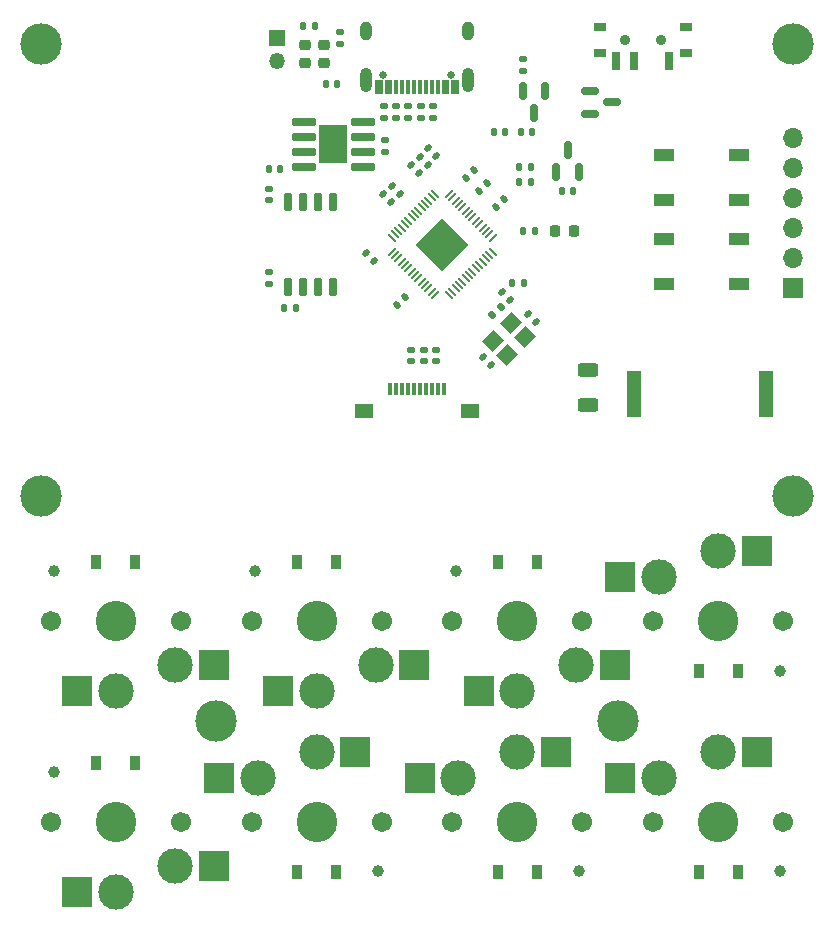
<source format=gbr>
%TF.GenerationSoftware,KiCad,Pcbnew,(6.0.4-0)*%
%TF.CreationDate,2023-04-02T18:55:50-05:00*%
%TF.ProjectId,noldaCoreRType,6e6f6c64-6143-46f7-9265-52547970652e,rev?*%
%TF.SameCoordinates,Original*%
%TF.FileFunction,Soldermask,Top*%
%TF.FilePolarity,Negative*%
%FSLAX46Y46*%
G04 Gerber Fmt 4.6, Leading zero omitted, Abs format (unit mm)*
G04 Created by KiCad (PCBNEW (6.0.4-0)) date 2023-04-02 18:55:50*
%MOMM*%
%LPD*%
G01*
G04 APERTURE LIST*
G04 Aperture macros list*
%AMRoundRect*
0 Rectangle with rounded corners*
0 $1 Rounding radius*
0 $2 $3 $4 $5 $6 $7 $8 $9 X,Y pos of 4 corners*
0 Add a 4 corners polygon primitive as box body*
4,1,4,$2,$3,$4,$5,$6,$7,$8,$9,$2,$3,0*
0 Add four circle primitives for the rounded corners*
1,1,$1+$1,$2,$3*
1,1,$1+$1,$4,$5*
1,1,$1+$1,$6,$7*
1,1,$1+$1,$8,$9*
0 Add four rect primitives between the rounded corners*
20,1,$1+$1,$2,$3,$4,$5,0*
20,1,$1+$1,$4,$5,$6,$7,0*
20,1,$1+$1,$6,$7,$8,$9,0*
20,1,$1+$1,$8,$9,$2,$3,0*%
%AMRotRect*
0 Rectangle, with rotation*
0 The origin of the aperture is its center*
0 $1 length*
0 $2 width*
0 $3 Rotation angle, in degrees counterclockwise*
0 Add horizontal line*
21,1,$1,$2,0,0,$3*%
G04 Aperture macros list end*
%ADD10RoundRect,0.135000X0.135000X0.185000X-0.135000X0.185000X-0.135000X-0.185000X0.135000X-0.185000X0*%
%ADD11RoundRect,0.218750X0.218750X0.256250X-0.218750X0.256250X-0.218750X-0.256250X0.218750X-0.256250X0*%
%ADD12R,0.900000X1.200000*%
%ADD13RoundRect,0.150000X-0.150000X0.587500X-0.150000X-0.587500X0.150000X-0.587500X0.150000X0.587500X0*%
%ADD14RoundRect,0.135000X-0.185000X0.135000X-0.185000X-0.135000X0.185000X-0.135000X0.185000X0.135000X0*%
%ADD15RoundRect,0.140000X-0.219203X-0.021213X-0.021213X-0.219203X0.219203X0.021213X0.021213X0.219203X0*%
%ADD16RoundRect,0.140000X-0.140000X-0.170000X0.140000X-0.170000X0.140000X0.170000X-0.140000X0.170000X0*%
%ADD17R,1.700000X1.000000*%
%ADD18RoundRect,0.140000X0.219203X0.021213X0.021213X0.219203X-0.219203X-0.021213X-0.021213X-0.219203X0*%
%ADD19RoundRect,0.140000X-0.021213X0.219203X-0.219203X0.021213X0.021213X-0.219203X0.219203X-0.021213X0*%
%ADD20C,3.500000*%
%ADD21RoundRect,0.140000X0.140000X0.170000X-0.140000X0.170000X-0.140000X-0.170000X0.140000X-0.170000X0*%
%ADD22O,1.350000X1.350000*%
%ADD23R,1.350000X1.350000*%
%ADD24RoundRect,0.135000X0.185000X-0.135000X0.185000X0.135000X-0.185000X0.135000X-0.185000X-0.135000X0*%
%ADD25R,1.650000X1.300000*%
%ADD26R,0.300000X1.000000*%
%ADD27RoundRect,0.150000X0.150000X-0.587500X0.150000X0.587500X-0.150000X0.587500X-0.150000X-0.587500X0*%
%ADD28RoundRect,0.135000X-0.035355X0.226274X-0.226274X0.035355X0.035355X-0.226274X0.226274X-0.035355X0*%
%ADD29RoundRect,0.140000X0.170000X-0.140000X0.170000X0.140000X-0.170000X0.140000X-0.170000X-0.140000X0*%
%ADD30RoundRect,0.140000X0.021213X-0.219203X0.219203X-0.021213X-0.021213X0.219203X-0.219203X0.021213X0*%
%ADD31R,0.700000X1.500000*%
%ADD32C,0.900000*%
%ADD33R,1.000000X0.800000*%
%ADD34RoundRect,0.218750X0.256250X-0.218750X0.256250X0.218750X-0.256250X0.218750X-0.256250X-0.218750X0*%
%ADD35RoundRect,0.250000X0.625000X-0.312500X0.625000X0.312500X-0.625000X0.312500X-0.625000X-0.312500X0*%
%ADD36O,1.000000X2.100000*%
%ADD37O,1.000000X1.600000*%
%ADD38R,0.300000X1.150000*%
%ADD39C,0.650000*%
%ADD40R,1.200000X4.000000*%
%ADD41RoundRect,0.135000X-0.135000X-0.185000X0.135000X-0.185000X0.135000X0.185000X-0.135000X0.185000X0*%
%ADD42RoundRect,0.150000X-0.587500X-0.150000X0.587500X-0.150000X0.587500X0.150000X-0.587500X0.150000X0*%
%ADD43RoundRect,0.150000X0.150000X-0.650000X0.150000X0.650000X-0.150000X0.650000X-0.150000X-0.650000X0*%
%ADD44RoundRect,0.144000X0.000000X-2.059095X2.059095X0.000000X0.000000X2.059095X-2.059095X0.000000X0*%
%ADD45RoundRect,0.050000X0.238649X-0.309359X0.309359X-0.238649X-0.238649X0.309359X-0.309359X0.238649X0*%
%ADD46RoundRect,0.050000X-0.238649X-0.309359X0.309359X0.238649X0.238649X0.309359X-0.309359X-0.238649X0*%
%ADD47R,2.413000X3.302000*%
%ADD48RoundRect,0.042000X0.943000X0.258000X-0.943000X0.258000X-0.943000X-0.258000X0.943000X-0.258000X0*%
%ADD49RotRect,1.400000X1.200000X45.000000*%
%ADD50R,1.700000X1.700000*%
%ADD51O,1.700000X1.700000*%
%ADD52R,2.600000X2.600000*%
%ADD53C,3.429000*%
%ADD54C,1.701800*%
%ADD55C,3.000000*%
%ADD56C,0.990600*%
G04 APERTURE END LIST*
D10*
%TO.C,R16*%
X56750000Y-30750000D03*
X55730000Y-30750000D03*
%TD*%
D11*
%TO.C,D12*%
X60037500Y-30750000D03*
X58462500Y-30750000D03*
%TD*%
D12*
%TO.C,D3*%
X22899990Y-58791639D03*
X19599990Y-58791639D03*
%TD*%
D13*
%TO.C,D11*%
X57616640Y-18895824D03*
X55716640Y-18895824D03*
X56666640Y-20770824D03*
%TD*%
D14*
%TO.C,R6*%
X43975000Y-21185000D03*
X43975000Y-20165000D03*
%TD*%
%TO.C,R10*%
X47050000Y-21185000D03*
X47050000Y-20165000D03*
%TD*%
D15*
%TO.C,C15*%
X53985589Y-35860589D03*
X54664411Y-36539411D03*
%TD*%
D16*
%TO.C,C22*%
X53270000Y-22325000D03*
X54230000Y-22325000D03*
%TD*%
D17*
%TO.C,SW1*%
X67683300Y-28108321D03*
X73983300Y-28108321D03*
X73983300Y-24308321D03*
X67683300Y-24308321D03*
%TD*%
D15*
%TO.C,C3*%
X56141683Y-37735607D03*
X56820505Y-38414429D03*
%TD*%
D18*
%TO.C,C14*%
X46985589Y-24435589D03*
X47664411Y-25114411D03*
%TD*%
D19*
%TO.C,C13*%
X45764411Y-36335589D03*
X45085589Y-37014411D03*
%TD*%
D20*
%TO.C,H3*%
X14874993Y-53124975D03*
%TD*%
D21*
%TO.C,C19*%
X39980000Y-18250000D03*
X39020000Y-18250000D03*
%TD*%
D22*
%TO.C,J3*%
X34900000Y-16350000D03*
D23*
X34900000Y-14350000D03*
%TD*%
D24*
%TO.C,R7*%
X40200000Y-13890000D03*
X40200000Y-14910000D03*
%TD*%
D25*
%TO.C,J1*%
X42225000Y-46000000D03*
X51275000Y-46000000D03*
D26*
X49000000Y-44100000D03*
X48500000Y-44100000D03*
X48000000Y-44100000D03*
X47500000Y-44100000D03*
X47000000Y-44100000D03*
X46500000Y-44100000D03*
X46000000Y-44100000D03*
X45500000Y-44100000D03*
X45000000Y-44100000D03*
X44500000Y-44100000D03*
%TD*%
D18*
%TO.C,C17*%
X47710589Y-23710589D03*
X48389411Y-24389411D03*
%TD*%
D20*
%TO.C,H4*%
X78624963Y-53124975D03*
%TD*%
D27*
%TO.C,U4*%
X58549972Y-25729155D03*
X60449972Y-25729155D03*
X59499972Y-23854155D03*
%TD*%
D14*
%TO.C,R1*%
X48075000Y-20165000D03*
X48075000Y-21185000D03*
%TD*%
D12*
%TO.C,D9*%
X53599974Y-84999960D03*
X56899974Y-84999960D03*
%TD*%
%TO.C,D5*%
X53599974Y-58791639D03*
X56899974Y-58791639D03*
%TD*%
D28*
%TO.C,R2*%
X53858358Y-37139376D03*
X53137110Y-37860624D03*
%TD*%
D12*
%TO.C,D7*%
X19599990Y-75791631D03*
X22899990Y-75791631D03*
%TD*%
D21*
%TO.C,C23*%
X59980000Y-27325000D03*
X59020000Y-27325000D03*
%TD*%
D29*
%TO.C,C6*%
X34225000Y-28104987D03*
X34225000Y-27144987D03*
%TD*%
D30*
%TO.C,C10*%
X53435589Y-28739411D03*
X54114411Y-28060589D03*
%TD*%
D31*
%TO.C,SW6*%
X63624969Y-16304993D03*
X65124969Y-16304993D03*
X68124969Y-16304993D03*
D32*
X67374969Y-14544993D03*
D33*
X62224969Y-15654993D03*
D32*
X64374969Y-14544993D03*
D33*
X62224969Y-13444993D03*
X69524969Y-15654993D03*
X69524969Y-13444993D03*
%TD*%
D16*
%TO.C,C18*%
X34228317Y-25499988D03*
X35188317Y-25499988D03*
%TD*%
D21*
%TO.C,C7*%
X55780000Y-35100000D03*
X54820000Y-35100000D03*
%TD*%
D30*
%TO.C,C12*%
X50935589Y-26239411D03*
X51614411Y-25560589D03*
%TD*%
D20*
%TO.C,H2*%
X63749970Y-72249966D03*
%TD*%
D10*
%TO.C,R14*%
X55365000Y-26550000D03*
X56385000Y-26550000D03*
%TD*%
D34*
%TO.C,D1*%
X38850000Y-14962500D03*
X38850000Y-16537500D03*
%TD*%
D35*
%TO.C,R11*%
X61200000Y-45437500D03*
X61200000Y-42512500D03*
%TD*%
D29*
%TO.C,C5*%
X47308311Y-41755000D03*
X47308311Y-40795000D03*
%TD*%
D12*
%TO.C,D4*%
X36599982Y-58791639D03*
X39899982Y-58791639D03*
%TD*%
D36*
%TO.C,J2*%
X51069978Y-17979993D03*
D37*
X51069978Y-13799993D03*
X42429978Y-13799993D03*
D36*
X42429978Y-17979993D03*
D38*
X49799978Y-18544993D03*
X48999978Y-18544993D03*
X48499978Y-18544993D03*
X47499978Y-18544993D03*
X45999978Y-18544993D03*
X44999978Y-18544993D03*
X44499978Y-18544993D03*
X43699978Y-18544993D03*
X43399978Y-18544993D03*
X44199978Y-18544993D03*
X45499978Y-18544993D03*
X46499978Y-18544993D03*
X46999978Y-18544993D03*
X47999978Y-18544993D03*
X49299978Y-18544993D03*
X50099978Y-18544993D03*
D39*
X49639978Y-17479993D03*
X43859978Y-17479993D03*
%TD*%
D18*
%TO.C,C8*%
X44579411Y-28309411D03*
X43900589Y-27630589D03*
%TD*%
D14*
%TO.C,R12*%
X46025000Y-21185000D03*
X46025000Y-20165000D03*
%TD*%
D40*
%TO.C,BZ1*%
X65100000Y-44550000D03*
X76300000Y-44550000D03*
%TD*%
D20*
%TO.C,H1*%
X29749986Y-72249966D03*
%TD*%
D14*
%TO.C,R15*%
X55750000Y-17210000D03*
X55750000Y-16190000D03*
%TD*%
D41*
%TO.C,R5*%
X36510000Y-37250000D03*
X35490000Y-37250000D03*
%TD*%
D16*
%TO.C,C21*%
X55520000Y-22325000D03*
X56480000Y-22325000D03*
%TD*%
D14*
%TO.C,R9*%
X44000000Y-24010000D03*
X44000000Y-22990000D03*
%TD*%
D17*
%TO.C,SW11*%
X67683300Y-35191651D03*
X73983300Y-35191651D03*
X67683300Y-31391651D03*
X73983300Y-31391651D03*
%TD*%
D42*
%TO.C,Q1*%
X61395804Y-18883324D03*
X61395804Y-20783324D03*
X63270804Y-19833324D03*
%TD*%
D41*
%TO.C,R8*%
X37090000Y-13400000D03*
X38110000Y-13400000D03*
%TD*%
D14*
%TO.C,R3*%
X45000000Y-20165000D03*
X45000000Y-21185000D03*
%TD*%
D43*
%TO.C,U1*%
X35845000Y-35474985D03*
X37115000Y-35474985D03*
X38385000Y-35474985D03*
X39655000Y-35474985D03*
X39655000Y-28274985D03*
X38385000Y-28274985D03*
X37115000Y-28274985D03*
X35845000Y-28274985D03*
%TD*%
D18*
%TO.C,C9*%
X45304411Y-27584411D03*
X44625589Y-26905589D03*
%TD*%
D44*
%TO.C,U3*%
X48874977Y-31874985D03*
D45*
X44605820Y-31282783D03*
X44888663Y-30999940D03*
X45171505Y-30717098D03*
X45454348Y-30434255D03*
X45737191Y-30151412D03*
X46020033Y-29868570D03*
X46302876Y-29585727D03*
X46585719Y-29302884D03*
X46868562Y-29020041D03*
X47151404Y-28737199D03*
X47434247Y-28454356D03*
X47717090Y-28171513D03*
X47999932Y-27888671D03*
X48282775Y-27605828D03*
D46*
X49467179Y-27605828D03*
X49750022Y-27888671D03*
X50032864Y-28171513D03*
X50315707Y-28454356D03*
X50598550Y-28737199D03*
X50881392Y-29020041D03*
X51164235Y-29302884D03*
X51447078Y-29585727D03*
X51729921Y-29868570D03*
X52012763Y-30151412D03*
X52295606Y-30434255D03*
X52578449Y-30717098D03*
X52861291Y-30999940D03*
X53144134Y-31282783D03*
D45*
X53144134Y-32467187D03*
X52861291Y-32750030D03*
X52578449Y-33032872D03*
X52295606Y-33315715D03*
X52012763Y-33598558D03*
X51729921Y-33881400D03*
X51447078Y-34164243D03*
X51164235Y-34447086D03*
X50881392Y-34729929D03*
X50598550Y-35012771D03*
X50315707Y-35295614D03*
X50032864Y-35578457D03*
X49750022Y-35861299D03*
X49467179Y-36144142D03*
D46*
X48282775Y-36144142D03*
X47999932Y-35861299D03*
X47717090Y-35578457D03*
X47434247Y-35295614D03*
X47151404Y-35012771D03*
X46868562Y-34729929D03*
X46585719Y-34447086D03*
X46302876Y-34164243D03*
X46020033Y-33881400D03*
X45737191Y-33598558D03*
X45454348Y-33315715D03*
X45171505Y-33032872D03*
X44888663Y-32750030D03*
X44605820Y-32467187D03*
%TD*%
D41*
%TO.C,R13*%
X56385000Y-25325000D03*
X55365000Y-25325000D03*
%TD*%
D18*
%TO.C,C1*%
X53020505Y-42089429D03*
X52341683Y-41410607D03*
%TD*%
%TO.C,C11*%
X43139411Y-33239411D03*
X42460589Y-32560589D03*
%TD*%
D19*
%TO.C,C20*%
X52714411Y-26660589D03*
X52035589Y-27339411D03*
%TD*%
D47*
%TO.C,U2*%
X39666648Y-23374989D03*
D48*
X37191648Y-25279989D03*
X37191648Y-24009989D03*
X37191648Y-22739989D03*
X37191648Y-21469989D03*
X42141648Y-21469989D03*
X42141648Y-22739989D03*
X42141648Y-24009989D03*
X42141648Y-25279989D03*
%TD*%
D49*
%TO.C,Y1*%
X54367099Y-41255635D03*
X55922734Y-39700000D03*
X54720653Y-38497919D03*
X53165018Y-40053554D03*
%TD*%
D34*
%TO.C,D2*%
X37250000Y-14962500D03*
X37250000Y-16537500D03*
%TD*%
D14*
%TO.C,R4*%
X34225000Y-35218317D03*
X34225000Y-34198317D03*
%TD*%
D12*
%TO.C,D6*%
X70599966Y-67999968D03*
X73899966Y-67999968D03*
%TD*%
%TO.C,D8*%
X36599982Y-84999960D03*
X39899982Y-84999960D03*
%TD*%
D50*
%TO.C,J4*%
X78624963Y-35538319D03*
D51*
X78624963Y-32998319D03*
X78624963Y-30458319D03*
X78624963Y-27918319D03*
X78624963Y-25378319D03*
X78624963Y-22838319D03*
%TD*%
D29*
%TO.C,C4*%
X48350000Y-40795000D03*
X48350000Y-41755000D03*
%TD*%
D20*
%TO.C,H5*%
X78624963Y-14874993D03*
%TD*%
D29*
%TO.C,C2*%
X46275000Y-40795000D03*
X46275000Y-41755000D03*
%TD*%
D20*
%TO.C,H6*%
X14874993Y-14874993D03*
%TD*%
D12*
%TO.C,D10*%
X70599966Y-84999960D03*
X73899966Y-84999960D03*
%TD*%
D18*
%TO.C,C16*%
X46260589Y-25160589D03*
X46939411Y-25839411D03*
%TD*%
D52*
%TO.C,SW10*%
X63974966Y-76999962D03*
X75524966Y-74799962D03*
D53*
X72249966Y-80749962D03*
D54*
X77749966Y-80749962D03*
X66749966Y-80749962D03*
D55*
X67249966Y-76999962D03*
D56*
X77469966Y-84949962D03*
D55*
X72249966Y-74799962D03*
%TD*%
D52*
%TO.C,SW7*%
X29524990Y-84499962D03*
X17974990Y-86699962D03*
D55*
X21249990Y-86699962D03*
D54*
X26749990Y-80749962D03*
X15749990Y-80749962D03*
D53*
X21249990Y-80749962D03*
D55*
X26249990Y-84499962D03*
D56*
X16029990Y-76549962D03*
%TD*%
D52*
%TO.C,SW5*%
X63974966Y-59999970D03*
X75524966Y-57799970D03*
D54*
X66749966Y-63749970D03*
X77749966Y-63749970D03*
D56*
X77469966Y-67949970D03*
D55*
X72249966Y-57799970D03*
X67249966Y-59999970D03*
D53*
X72249966Y-63749970D03*
%TD*%
D52*
%TO.C,SW3*%
X46524982Y-67499970D03*
X34974982Y-69699970D03*
D54*
X43749982Y-63749970D03*
X32749982Y-63749970D03*
D55*
X43249982Y-67499970D03*
D53*
X38249982Y-63749970D03*
D56*
X33029982Y-59549970D03*
D55*
X38249982Y-69699970D03*
%TD*%
D52*
%TO.C,SW9*%
X46974974Y-76999962D03*
X58524974Y-74799962D03*
D55*
X55249974Y-74799962D03*
D54*
X49749974Y-80749962D03*
D56*
X60469974Y-84949962D03*
D55*
X50249974Y-76999962D03*
D54*
X60749974Y-80749962D03*
D53*
X55249974Y-80749962D03*
%TD*%
D52*
%TO.C,SW8*%
X29974982Y-76999962D03*
X41524982Y-74799962D03*
D54*
X32749982Y-80749962D03*
X43749982Y-80749962D03*
D55*
X33249982Y-76999962D03*
D56*
X43469982Y-84949962D03*
D55*
X38249982Y-74799962D03*
D53*
X38249982Y-80749962D03*
%TD*%
D52*
%TO.C,SW2*%
X29524990Y-67499970D03*
X17974990Y-69699970D03*
D53*
X21249990Y-63749970D03*
D55*
X21249990Y-69699970D03*
D56*
X16029990Y-59549970D03*
D55*
X26249990Y-67499970D03*
D54*
X15749990Y-63749970D03*
X26749990Y-63749970D03*
%TD*%
D52*
%TO.C,SW4*%
X63524974Y-67499970D03*
X51974974Y-69699970D03*
D56*
X50029974Y-59549970D03*
D54*
X60749974Y-63749970D03*
D55*
X55249974Y-69699970D03*
X60249974Y-67499970D03*
D53*
X55249974Y-63749970D03*
D54*
X49749974Y-63749970D03*
%TD*%
M02*

</source>
